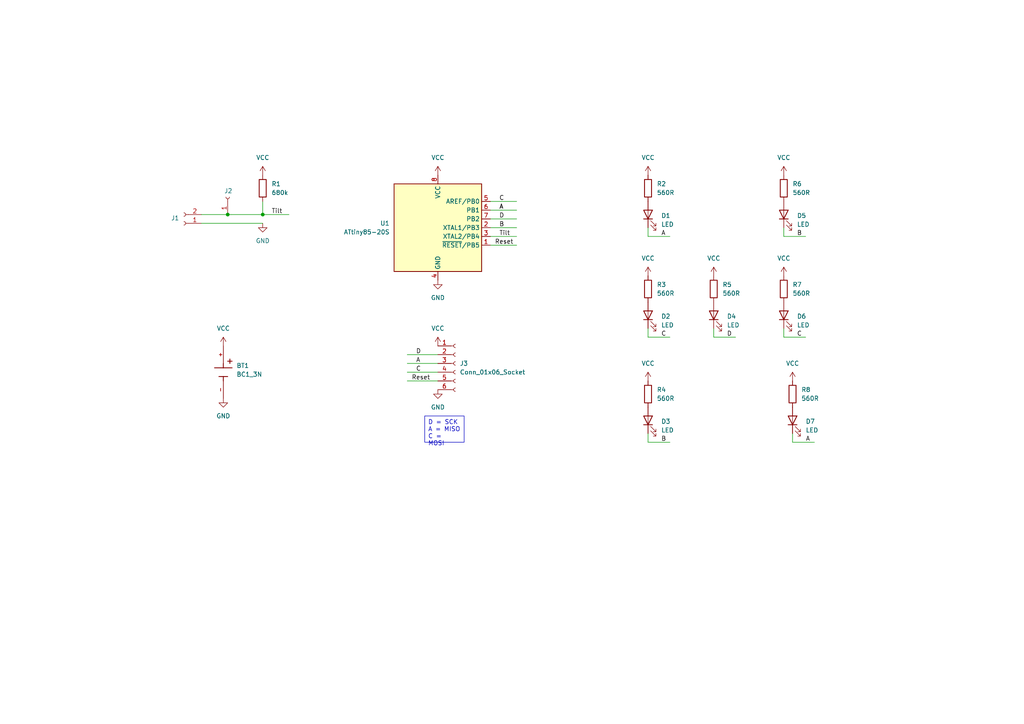
<source format=kicad_sch>
(kicad_sch (version 20231120) (generator "eeschema") (generator_version "8.0")
  (paper "A4")
  (title_block (title "Elektronischer Würfel") (date "2024-07-01") (rev "SNM V1.1") (company "FabLab Winti") (comment 1 "Based on work of ZHAW School of Engineering "))
  (lib_symbols
    (symbol "Connector:Conn_01x01_Socket" (pin_names (offset 1.016) hide)
      (property "Reference" "J" (at 0 2.54 0))
      (property "Value" "Conn_01x01_Socket" (at 0 -2.54 0))
      (symbol "Conn_01x01_Socket_1_1"
        (polyline (pts (xy -1.27 0) (xy -0.508 0)) (stroke (width 0.1524)))
        (arc (start 0 0.508) (mid -0.5058 0) (end 0 -0.508) (stroke (width 0.1524)))
        (pin passive line (at -5.08 0 0) (length 3.81) (name "Pin_1") (number "1"))
      )
    )
    (symbol "Connector:Conn_01x02_Socket" (pin_names (offset 1.016) hide)
      (property "Reference" "J" (at 0 2.54 0))
      (property "Value" "Conn_01x02_Socket" (at 0 -5.08 0))
      (symbol "Conn_01x02_Socket_1_1"
        (arc (start 0 -2.032) (mid -0.5058 -2.54) (end 0 -3.048) (stroke (width 0.1524)))
        (polyline (pts (xy -1.27 -2.54) (xy -0.508 -2.54)) (stroke (width 0.1524)))
        (polyline (pts (xy -1.27 0) (xy -0.508 0)) (stroke (width 0.1524)))
        (arc (start 0 0.508) (mid -0.5058 0) (end 0 -0.508) (stroke (width 0.1524)))
        (pin passive line (at -5.08 0 0) (length 3.81) (name "Pin_1") (number "1"))
        (pin passive line (at -5.08 -2.54 0) (length 3.81) (name "Pin_2") (number "2"))
      )
    )
    (symbol "Connector:Conn_01x06_Socket" (pin_names (offset 1.016) hide)
      (property "Reference" "J" (at 0 7.62 0))
      (property "Value" "Conn_01x06_Socket" (at 0 -10.16 0))
      (symbol "Conn_01x06_Socket_1_1"
        (arc (start 0 -7.112) (mid -0.5058 -7.62) (end 0 -8.128) (stroke (width 0.1524)))
        (arc (start 0 -4.572) (mid -0.5058 -5.08) (end 0 -5.588) (stroke (width 0.1524)))
        (arc (start 0 -2.032) (mid -0.5058 -2.54) (end 0 -3.048) (stroke (width 0.1524)))
        (polyline (pts (xy -1.27 -7.62) (xy -0.508 -7.62)) (stroke (width 0.1524)))
        (polyline (pts (xy -1.27 -5.08) (xy -0.508 -5.08)) (stroke (width 0.1524)))
        (polyline (pts (xy -1.27 -2.54) (xy -0.508 -2.54)) (stroke (width 0.1524)))
        (polyline (pts (xy -1.27 0) (xy -0.508 0)) (stroke (width 0.1524)))
        (polyline (pts (xy -1.27 2.54) (xy -0.508 2.54)) (stroke (width 0.1524)))
        (polyline (pts (xy -1.27 5.08) (xy -0.508 5.08)) (stroke (width 0.1524)))
        (arc (start 0 0.508) (mid -0.5058 0) (end 0 -0.508) (stroke (width 0.1524)))
        (arc (start 0 3.048) (mid -0.5058 2.54) (end 0 2.032) (stroke (width 0.1524)))
        (arc (start 0 5.588) (mid -0.5058 5.08) (end 0 4.572) (stroke (width 0.1524)))
        (pin passive line (at -5.08 5.08 0) (length 3.81) (name "Pin_1") (number "1"))
        (pin passive line (at -5.08 2.54 0) (length 3.81) (name "Pin_2") (number "2"))
        (pin passive line (at -5.08 0 0) (length 3.81) (name "Pin_3") (number "3"))
        (pin passive line (at -5.08 -2.54 0) (length 3.81) (name "Pin_4") (number "4"))
        (pin passive line (at -5.08 -5.08 0) (length 3.81) (name "Pin_5") (number "5"))
        (pin passive line (at -5.08 -7.62 0) (length 3.81) (name "Pin_6") (number "6"))
      )
    )
    (symbol "Device:LED" (pin_numbers hide) (pin_names (offset 1.016) hide)
      (property "Reference" "D" (at 0 2.54 0))
      (property "Value" "LED" (at 0 -2.54 0))
      (symbol "LED_0_1"
        (polyline (pts (xy -1.27 -1.27) (xy -1.27 1.27)) (stroke (width 0.254)))
        (polyline (pts (xy -1.27 0) (xy 1.27 0)))
        (polyline (pts (xy 1.27 -1.27) (xy 1.27 1.27) (xy -1.27 0) (xy 1.27 -1.27)) (stroke (width 0.254)))
        (polyline (pts (xy -3.048 -0.762) (xy -4.572 -2.286) (xy -3.81 -2.286) (xy -4.572 -2.286) (xy -4.572 -1.524)))
        (polyline (pts (xy -1.778 -0.762) (xy -3.302 -2.286) (xy -2.54 -2.286) (xy -3.302 -2.286) (xy -3.302 -1.524)))
      )
      (symbol "LED_1_1"
        (pin passive line (at -3.81 0 0) (length 2.54) (name "K") (number "1"))
        (pin passive line (at 3.81 0 180) (length 2.54) (name "A") (number "2"))
      )
    )
    (symbol "Device:R" (pin_numbers hide) (pin_names (offset 0))
      (property "Reference" "R" (at 2.032 0 90))
      (property "Value" "R" (at 0 0 90))
      (symbol "R_0_1"
        (rectangle (start -1.016 -2.54) (end 1.016 2.54) (stroke (width 0.254)))
      )
      (symbol "R_1_1"
        (pin passive line (at 0 3.81 270) (length 1.27) (name "~") (number "1"))
        (pin passive line (at 0 -3.81 90) (length 1.27) (name "~") (number "2"))
      )
    )
    (symbol "MCU_Microchip_ATtiny:ATtiny85-20S"
      (property "Reference" "U" (at -12.7 13.97 0))
      (property "Value" "ATtiny85-20S" (at 2.54 -13.97 0))
      (symbol "ATtiny85-20S_0_1"
        (rectangle (start -12.7 -12.7) (end 12.7 12.7) (stroke (width 0.254)) (fill (type background)))
      )
      (symbol "ATtiny85-20S_1_1"
        (pin bidirectional line (at 15.24 -5.08 180) (length 2.54) (name "~{RESET}/PB5") (number "1"))
        (pin bidirectional line (at 15.24 0 180) (length 2.54) (name "XTAL1/PB3") (number "2"))
        (pin bidirectional line (at 15.24 -2.54 180) (length 2.54) (name "XTAL2/PB4") (number "3"))
        (pin power_in line (at 0 -15.24 90) (length 2.54) (name "GND") (number "4"))
        (pin bidirectional line (at 15.24 7.62 180) (length 2.54) (name "AREF/PB0") (number "5"))
        (pin bidirectional line (at 15.24 5.08 180) (length 2.54) (name "PB1") (number "6"))
        (pin bidirectional line (at 15.24 2.54 180) (length 2.54) (name "PB2") (number "7"))
        (pin power_in line (at 0 15.24 270) (length 2.54) (name "VCC") (number "8"))
      )
    )
    (symbol "Private:BC1_3N" (pin_names (offset 1.016))
      (property "Reference" "BT" (at -3.81 3.81 0))
      (property "Value" "BC1_3N" (at -3.81 -5.08 0))
      (symbol "BC1_3N_0_0"
        (polyline (pts (xy -3.81 1.905) (xy -2.54 1.905)) (stroke (width 0.254)))
        (polyline (pts (xy -3.175 2.54) (xy -3.175 1.27)) (stroke (width 0.254)))
        (polyline (pts (xy -1.27 0) (xy -2.54 0)) (stroke (width 0.254)))
        (polyline (pts (xy -1.27 0) (xy -1.27 -2.54)) (stroke (width 0.254)))
        (polyline (pts (xy -1.27 2.54) (xy -1.27 0)) (stroke (width 0.254)))
        (polyline (pts (xy 1.27 0) (xy 1.27 -1.27)) (stroke (width 0.254)))
        (polyline (pts (xy 1.27 0) (xy 2.54 0)) (stroke (width 0.254)))
        (polyline (pts (xy 1.27 1.27) (xy 1.27 0)) (stroke (width 0.254)))
        (pin passive line (at -7.62 0 0) (length 5.08) (name "~") (number "+"))
        (pin passive line (at 7.62 0 180) (length 5.08) (name "~") (number "-"))
      )
    )
    (symbol "power:GND" (power) (pin_names (offset 0))
      (property "Value" "GND" (at 0 -3.81 0))
      (symbol "GND_0_1"
        (polyline (pts (xy 0 0) (xy 0 -1.27) (xy 1.27 -1.27) (xy 0 -2.54) (xy -1.27 -1.27) (xy 0 -1.27)))
      )
      (symbol "GND_1_1"
        (pin power_in line (at 0 0 270) (length 0) hide (name "GND") (number "1"))
      )
    )
    (symbol "power:VCC" (power) (pin_names (offset 0))
      (property "Value" "VCC" (at 0 3.81 0))
      (symbol "VCC_0_1"
        (polyline (pts (xy -0.762 1.27) (xy 0 2.54)))
        (polyline (pts (xy 0 0) (xy 0 2.54)))
        (polyline (pts (xy 0 2.54) (xy 0.762 1.27)))
      )
      (symbol "VCC_1_1"
        (pin power_in line (at 0 0 90) (length 0) hide (name "VCC") (number "1"))
      )
    )
  )
  (junction (at 76.2 62.23))
  (junction (at 66.04 62.23))
  (wire (pts (xy 142.24 60.96) (xy 149.86 60.96)))
  (wire (pts (xy 187.96 97.79) (xy 194.31 97.79)))
  (wire (pts (xy 207.01 95.25) (xy 207.01 97.79)))
  (wire (pts (xy 58.42 64.77) (xy 76.2 64.77)))
  (wire (pts (xy 142.24 63.5) (xy 149.86 63.5)))
  (wire (pts (xy 76.2 58.42) (xy 76.2 62.23)))
  (wire (pts (xy 229.87 128.27) (xy 236.22 128.27)))
  (wire (pts (xy 118.11 107.95) (xy 127 107.95)))
  (wire (pts (xy 187.96 125.73) (xy 187.96 128.27)))
  (wire (pts (xy 118.11 110.49) (xy 127 110.49)))
  (wire (pts (xy 187.96 68.58) (xy 194.31 68.58)))
  (wire (pts (xy 118.11 102.87) (xy 127 102.87)))
  (wire (pts (xy 118.11 105.41) (xy 127 105.41)))
  (wire (pts (xy 58.42 62.23) (xy 66.04 62.23)))
  (wire (pts (xy 76.2 62.23) (xy 83.82 62.23)))
  (wire (pts (xy 142.24 66.04) (xy 149.86 66.04)))
  (wire (pts (xy 227.33 66.04) (xy 227.33 68.58)))
  (wire (pts (xy 227.33 68.58) (xy 233.68 68.58)))
  (wire (pts (xy 187.96 128.27) (xy 194.31 128.27)))
  (wire (pts (xy 142.24 71.12) (xy 149.86 71.12)))
  (wire (pts (xy 207.01 97.79) (xy 213.36 97.79)))
  (wire (pts (xy 142.24 68.58) (xy 149.86 68.58)))
  (wire (pts (xy 227.33 95.25) (xy 227.33 97.79)))
  (wire (pts (xy 187.96 66.04) (xy 187.96 68.58)))
  (wire (pts (xy 187.96 95.25) (xy 187.96 97.79)))
  (wire (pts (xy 229.87 125.73) (xy 229.87 128.27)))
  (wire (pts (xy 227.33 97.79) (xy 233.68 97.79)))
  (wire (pts (xy 142.24 58.42) (xy 149.86 58.42)))
  (wire (pts (xy 66.04 62.23) (xy 76.2 62.23)))
  (text_box "D = SCK\nA = MISO\nC = MOSI" (at 123.19 120.65 0) (size 11.43 7.62) (effects (font (size 1.27 1.27)) (justify left top)))
  (label "A" (at 120.65 105.41 0))
  (label "D" (at 144.78 63.5 0))
  (label "B" (at 144.78 66.04 0))
  (label "D" (at 120.65 102.87 0))
  (label "A" (at 233.68 128.27 0))
  (label "C" (at 191.77 97.79 0))
  (label "A" (at 191.77 68.58 0))
  (label "A" (at 144.78 60.96 0))
  (label "A" (at 144.78 60.96 0))
  (label "Tilt" (at 78.74 62.23 0))
  (label "B" (at 231.14 68.58 0))
  (label "Tilt" (at 144.78 68.58 0))
  (label "C" (at 231.14 97.79 0))
  (label "B" (at 191.77 128.27 0))
  (label "Reset" (at 119.38 110.49 0))
  (label "D" (at 210.82 97.79 0))
  (label "C" (at 120.65 107.95 0))
  (label "C" (at 144.78 58.42 0))
  (label "Reset" (at 143.51 71.12 0))
  (symbol (lib_id "Device:LED") (at 227.33 91.44 90) (unit 1)
    (property "Reference" "D6" (at 231.14 91.7575 90) (effects (justify right)))
    (property "Value" "LED" (at 231.14 94.2975 90) (effects (justify right)))
    (property "Footprint" "LED_SMD:LED_0805_2012Metric_Pad1.15x1.40mm_HandSolder" (effects (hide yes)))
  )
  (symbol (lib_id "Connector:Conn_01x06_Socket") (at 132.08 105.41 0) (unit 1)
    (property "Reference" "J3" (at 133.35 105.41 0) (effects (justify left)))
    (property "Value" "Conn_01x06_Socket" (at 133.35 107.95 0) (effects (justify left)))
    (property "Footprint" "Connector_PinHeader_1.27mm:PinHeader_1x06_P1.27mm_Vertical" (effects (hide yes)))
  )
  (symbol (lib_id "Connector:Conn_01x01_Socket") (at 66.04 57.15 90) (unit 1)
    (property "Reference" "J2" (at 65.024 55.372 90) (effects (justify right)))
    (property "Value" "Conn_01x01_Socket" (effects (hide yes)))
    (property "Footprint" "Connector_PinHeader_2.00mm:PinHeader_1x01_P2.00mm_Vertical" (effects (hide yes)))
    (property "Description" "Generic connector, single row, 01x01, script generated" (effects (hide yes)))
  )
  (symbol (lib_id "Device:R") (at 187.96 114.3 0) (unit 1)
    (property "Reference" "R4" (at 190.5 113.03 0) (effects (justify left)))
    (property "Value" "560R" (at 190.5 115.57 0) (effects (justify left)))
    (property "Footprint" "Resistor_SMD:R_0603_1608Metric_Pad0.98x0.95mm_HandSolder" (effects (hide yes)))
  )
  (symbol (lib_id "Device:R") (at 207.01 83.82 0) (unit 1)
    (property "Reference" "R5" (at 209.55 82.55 0) (effects (justify left)))
    (property "Value" "560R" (at 209.55 85.09 0) (effects (justify left)))
    (property "Footprint" "Resistor_SMD:R_0603_1608Metric_Pad0.98x0.95mm_HandSolder" (effects (hide yes)))
  )
  (symbol (lib_id "power:VCC") (at 64.77 100.33 0) (unit 1)
    (property "Reference" "#PWR01" (effects (hide yes)))
    (property "Value" "VCC" (at 64.77 95.25 0))
  )
  (symbol (lib_id "Private:BC1_3N") (at 64.77 107.95 270) (unit 1)
    (property "Reference" "BT1" (at 68.58 106.045 90) (effects (justify left)))
    (property "Value" "BC1_3N" (at 68.58 108.585 90) (effects (justify left)))
    (property "Footprint" "Private:BAT_BC1_3N" (effects (hide yes)))
  )
  (symbol (lib_id "power:VCC") (at 187.96 80.01 0) (unit 1)
    (property "Reference" "#PWR010" (effects (hide yes)))
    (property "Value" "VCC" (at 187.96 74.93 0))
  )
  (symbol (lib_id "Device:LED") (at 187.96 91.44 90) (unit 1)
    (property "Reference" "D2" (at 191.77 91.7575 90) (effects (justify right)))
    (property "Value" "LED" (at 191.77 94.2975 90) (effects (justify right)))
    (property "Footprint" "LED_SMD:LED_0805_2012Metric_Pad1.15x1.40mm_HandSolder" (effects (hide yes)))
  )
  (symbol (lib_id "power:GND") (at 76.2 64.77 0) (unit 1)
    (property "Reference" "#PWR04" (effects (hide yes)))
    (property "Value" "GND" (at 76.2 69.85 0))
  )
  (symbol (lib_id "Device:R") (at 187.96 54.61 0) (unit 1)
    (property "Reference" "R2" (at 190.5 53.34 0) (effects (justify left)))
    (property "Value" "560R" (at 190.5 55.88 0) (effects (justify left)))
    (property "Footprint" "Resistor_SMD:R_0603_1608Metric_Pad0.98x0.95mm_HandSolder" (effects (hide yes)))
  )
  (symbol (lib_id "MCU_Microchip_ATtiny:ATtiny85-20S") (at 127 66.04 0) (unit 1)
    (property "Reference" "U1" (at 113.03 64.77 0) (effects (justify right)))
    (property "Value" "ATtiny85-20S" (at 113.03 67.31 0) (effects (justify right)))
    (property "Footprint" "Package_SO:SOIC-8W_5.3x5.3mm_P1.27mm" (effects (hide yes)))
    (property "Datasheet" "http://ww1.microchip.com/downloads/en/DeviceDoc/atmel-2586-avr-8-bit-microcontroller-attiny25-attiny45-attiny85_datasheet.pdf" (effects (hide yes)))
  )
  (symbol (lib_id "Device:LED") (at 207.01 91.44 90) (unit 1)
    (property "Reference" "D4" (at 210.82 91.7575 90) (effects (justify right)))
    (property "Value" "LED" (at 210.82 94.2975 90) (effects (justify right)))
    (property "Footprint" "LED_SMD:LED_0805_2012Metric_Pad1.15x1.40mm_HandSolder" (effects (hide yes)))
  )
  (symbol (lib_id "power:GND") (at 127 81.28 0) (unit 1)
    (property "Reference" "#PWR06" (effects (hide yes)))
    (property "Value" "GND" (at 127 86.36 0))
  )
  (symbol (lib_id "Device:R") (at 76.2 54.61 0) (unit 1)
    (property "Reference" "R1" (at 78.74 53.34 0) (effects (justify left)))
    (property "Value" "680k" (at 78.74 55.88 0) (effects (justify left)))
    (property "Footprint" "Resistor_SMD:R_0603_1608Metric_Pad0.98x0.95mm_HandSolder" (effects (hide yes)))
  )
  (symbol (lib_id "Connector:Conn_01x02_Socket") (at 53.34 64.77 180) (unit 1)
    (property "Reference" "J1" (at 50.8 63.246 0))
    (property "Value" "Conn_01x02_Socket" (effects (hide yes)))
    (property "Footprint" "Connector_PinHeader_2.00mm:PinHeader_1x02_P2.00mm_Vertical" (effects (hide yes)))
    (property "Description" "Generic connector, single row, 01x02, script generated" (effects (hide yes)))
  )
  (symbol (lib_id "power:VCC") (at 187.96 110.49 0) (unit 1)
    (property "Reference" "#PWR011" (effects (hide yes)))
    (property "Value" "VCC" (at 187.96 105.41 0))
  )
  (symbol (lib_id "Device:R") (at 227.33 54.61 0) (unit 1)
    (property "Reference" "R6" (at 229.87 53.34 0) (effects (justify left)))
    (property "Value" "560R" (at 229.87 55.88 0) (effects (justify left)))
    (property "Footprint" "Resistor_SMD:R_0603_1608Metric_Pad0.98x0.95mm_HandSolder" (effects (hide yes)))
  )
  (symbol (lib_id "Device:LED") (at 227.33 62.23 90) (unit 1)
    (property "Reference" "D5" (at 231.14 62.5475 90) (effects (justify right)))
    (property "Value" "LED" (at 231.14 65.0875 90) (effects (justify right)))
    (property "Footprint" "LED_SMD:LED_0805_2012Metric_Pad1.15x1.40mm_HandSolder" (effects (hide yes)))
  )
  (symbol (lib_id "power:VCC") (at 229.87 110.49 0) (unit 1)
    (property "Reference" "#PWR015" (effects (hide yes)))
    (property "Value" "VCC" (at 229.87 105.41 0))
  )
  (symbol (lib_id "Device:R") (at 229.87 114.3 0) (unit 1)
    (property "Reference" "R8" (at 232.41 113.03 0) (effects (justify left)))
    (property "Value" "560R" (at 232.41 115.57 0) (effects (justify left)))
    (property "Footprint" "Resistor_SMD:R_0603_1608Metric_Pad0.98x0.95mm_HandSolder" (effects (hide yes)))
  )
  (symbol (lib_id "power:VCC") (at 227.33 80.01 0) (unit 1)
    (property "Reference" "#PWR014" (effects (hide yes)))
    (property "Value" "VCC" (at 227.33 74.93 0))
  )
  (symbol (lib_id "power:VCC") (at 76.2 50.8 0) (unit 1)
    (property "Reference" "#PWR03" (effects (hide yes)))
    (property "Value" "VCC" (at 76.2 45.72 0))
  )
  (symbol (lib_id "Device:LED") (at 229.87 121.92 90) (unit 1)
    (property "Reference" "D7" (at 233.68 122.2375 90) (effects (justify right)))
    (property "Value" "LED" (at 233.68 124.7775 90) (effects (justify right)))
    (property "Footprint" "LED_SMD:LED_0805_2012Metric_Pad1.15x1.40mm_HandSolder" (effects (hide yes)))
  )
  (symbol (lib_id "power:VCC") (at 187.96 50.8 0) (unit 1)
    (property "Reference" "#PWR09" (effects (hide yes)))
    (property "Value" "VCC" (at 187.96 45.72 0))
  )
  (symbol (lib_id "Device:R") (at 227.33 83.82 0) (unit 1)
    (property "Reference" "R7" (at 229.87 82.55 0) (effects (justify left)))
    (property "Value" "560R" (at 229.87 85.09 0) (effects (justify left)))
    (property "Footprint" "Resistor_SMD:R_0603_1608Metric_Pad0.98x0.95mm_HandSolder" (effects (hide yes)))
  )
  (symbol (lib_id "power:GND") (at 64.77 115.57 0) (unit 1)
    (property "Reference" "#PWR02" (effects (hide yes)))
    (property "Value" "GND" (at 64.77 120.65 0))
  )
  (symbol (lib_id "power:GND") (at 127 113.03 0) (unit 1)
    (property "Reference" "#PWR08" (effects (hide yes)))
    (property "Value" "GND" (at 127 118.11 0))
  )
  (symbol (lib_id "Device:LED") (at 187.96 62.23 90) (unit 1)
    (property "Reference" "D1" (at 191.77 62.5475 90) (effects (justify right)))
    (property "Value" "LED" (at 191.77 65.0875 90) (effects (justify right)))
    (property "Footprint" "LED_SMD:LED_0805_2012Metric_Pad1.15x1.40mm_HandSolder" (effects (hide yes)))
  )
  (symbol (lib_id "power:VCC") (at 227.33 50.8 0) (unit 1)
    (property "Reference" "#PWR013" (effects (hide yes)))
    (property "Value" "VCC" (at 227.33 45.72 0))
  )
  (symbol (lib_id "power:VCC") (at 127 100.33 0) (unit 1)
    (property "Reference" "#PWR07" (effects (hide yes)))
    (property "Value" "VCC" (at 127 95.25 0))
  )
  (symbol (lib_id "power:VCC") (at 207.01 80.01 0) (unit 1)
    (property "Reference" "#PWR012" (effects (hide yes)))
    (property "Value" "VCC" (at 207.01 74.93 0))
  )
  (symbol (lib_id "Device:R") (at 187.96 83.82 0) (unit 1)
    (property "Reference" "R3" (at 190.5 82.55 0) (effects (justify left)))
    (property "Value" "560R" (at 190.5 85.09 0) (effects (justify left)))
    (property "Footprint" "Resistor_SMD:R_0603_1608Metric_Pad0.98x0.95mm_HandSolder" (effects (hide yes)))
  )
  (symbol (lib_id "power:VCC") (at 127 50.8 0) (unit 1)
    (property "Reference" "#PWR05" (effects (hide yes)))
    (property "Value" "VCC" (at 127 45.72 0))
  )
  (symbol (lib_id "Device:LED") (at 187.96 121.92 90) (unit 1)
    (property "Reference" "D3" (at 191.77 122.2375 90) (effects (justify right)))
    (property "Value" "LED" (at 191.77 124.7775 90) (effects (justify right)))
    (property "Footprint" "LED_SMD:LED_0805_2012Metric_Pad1.15x1.40mm_HandSolder" (effects (hide yes)))
  )
)
</source>
